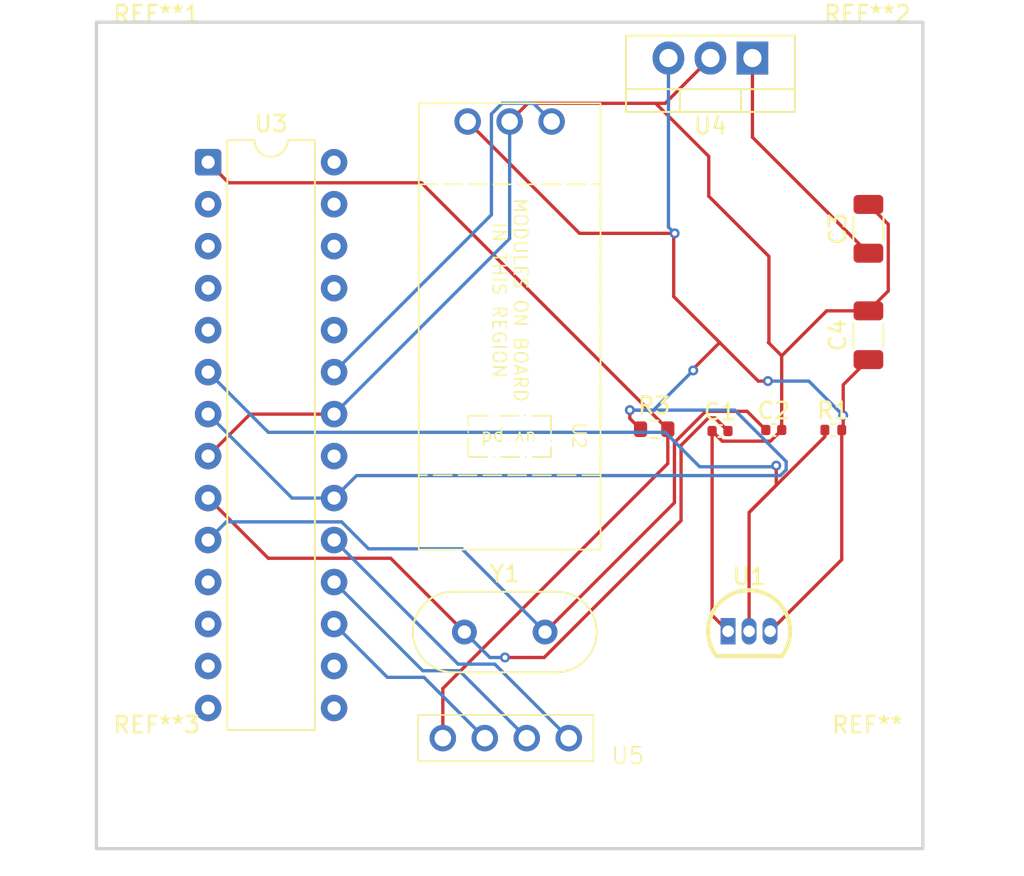
<source format=kicad_pcb>
(kicad_pcb (version 20241229) (generator "pcbnew") (generator_version "9.0")
  (layers (0 "F.Cu" signal) (2 "B.Cu" signal) (13 "F.Paste" user) (15 "B.Paste" user) (5 "F.SilkS" user "F.Silkscreen") (7 "B.SilkS" user "B.Silkscreen") (1 "F.Mask" user) (3 "B.Mask" user) (25 "Edge.Cuts" user))
  (net 0 "")
  (net 1 "Net-(U3-XTAL1{slash}PB6)")
  (net 2 "GND_REG")
  (net 3 "Net-(U3-XTAL2{slash}PB7)")
  (net 4 "8-12V")
  (net 5 "5V_REG")
  (net 6 "DQ")
  (net 7 "Net-(U3-~{RESET}{slash}PC6)")
  (net 8 "A0")
  (net 9 "Net-(U3-PB3)")
  (net 16 "Net-(U3-PB5)")
  (net 19 "Net-(U3-PB4)")
  (footprint "Capacitor_SMD:C_0402_1005Metric" (layer "F.Cu") (at 168.49 97.82)
    (property "Reference" "C1" (at 0 -1.16 0) (layer "F.SilkS"))
    (property "Value" "22pF ceramic")
    (fp_line (start -0.107836 -0.36) (end 0.107836 -0.36) (stroke (width 0.12)) (layer "F.SilkS"))
    (fp_line (start -0.107836 0.36) (end 0.107836 0.36) (stroke (width 0.12)) (layer "F.SilkS"))
    (pad "1" smd roundrect (at -0.48 0) (size 0.56 0.62) (layers "F.Cu" "F.Mask" "F.Paste") (net 2 "GND_REG"))
    (pad "2" smd roundrect (at 0.48 0) (size 0.56 0.62) (layers "F.Cu" "F.Mask" "F.Paste") (net 1 "Net-(U3-XTAL1{slash}PB6)"))
  )
  (footprint "guva-s12sd:SZFYDOSH_11x27mm_Sensor" (layer "F.Cu") (at 155.760079 91.494579 180)
    (property "Reference" "U2" (at -4.2 -6.6 270) (layer "F.SilkS") (effects (font (size 0.8 0.8) (thickness 0.1))))
    (property "Value" "GUVA-S12SD")
    (fp_rect (start -2.5 -7.9) (end 2.5 -5.4) (stroke (width 0.1) (type dash_dot)) (fill no) (layer "F.SilkS"))
    (fp_rect (start -5.5 -9) (end 5.5 8.6) (stroke (width 0.1) (type dash)) (fill no) (layer "F.SilkS"))
    (fp_rect (start -5.5 -13.5) (end 5.5 13.5) (stroke (width 0.1)) (fill no) (layer "F.SilkS"))
    (fp_text user "uv pd" (at -1.7 -6.3 180) (layer "F.SilkS") (effects (font (size 0.8 0.8) (thickness 0.1)) (justify left bottom)))
    (fp_text user "MODULES ON BOARD\nIN THIS REGION" (at 1.1 1.6 270) (layer "F.SilkS") (effects (font (size 0.8 0.8) (thickness 0.1)) (justify bottom)))
    (pad "" np_thru_hole circle (at -3.6 -11.5 180) (size 3.2 3.2) (drill 3.2) (layers "*.Cu" "*.Mask"))
    (pad "" np_thru_hole circle (at 3.6 -11.5 180) (size 3.2 3.2) (drill 3.2) (layers "*.Cu" "*.Mask"))
    (pad "1" thru_hole circle (at -2.54 12.4 180) (size 1.6 1.6) (drill 1) (layers "*.Cu" "*.Mask") (net 8 "A0"))
    (pad "2" thru_hole circle (at 0 12.4 180) (size 1.6 1.6) (drill 1) (layers "*.Cu" "*.Mask") (net 2 "GND_REG"))
    (pad "3" thru_hole circle (at 2.54 12.4 180) (size 1.6 1.6) (drill 1) (layers "*.Cu" "*.Mask") (net 5 "5V_REG"))
  )
  (footprint "MountingHole:MountingHole_3.2mm_M3" (layer "F.Cu") (at 134.41 119.741)
    (property "Reference" "REF**3" (at 0 -4.15 0) (layer "F.SilkS"))
    (property "Value" "MountingHole_3.2mm_M3")
    (pad "" np_thru_hole circle (at 0 0) (size 3.2 3.2) (drill 3.2) (layers "*.Cu" "*.Mask"))
  )
  (footprint "Package_TO_SOT_THT:TO-220-3_Vertical" (layer "F.Cu") (at 170.449 75.255 180)
    (property "Reference" "U4" (at 2.54 -4.1 0) (layer "F.SilkS"))
    (property "Value" "LM7805_TO220")
    (fp_line (start 7.65 -3.26) (end 7.65 1.36) (stroke (width 0.12)) (layer "F.SilkS"))
    (fp_line (start 4.39 -3.26) (end 4.39 -1.88) (stroke (width 0.12)) (layer "F.SilkS"))
    (fp_line (start 0.69 -3.26) (end 0.69 -1.88) (stroke (width 0.12)) (layer "F.SilkS"))
    (fp_line (start -2.57 1.36) (end 7.65 1.36) (stroke (width 0.12)) (layer "F.SilkS"))
    (fp_line (start -2.57 -1.88) (end 7.65 -1.88) (stroke (width 0.12)) (layer "F.SilkS"))
    (fp_line (start -2.57 -3.26) (end 7.65 -3.26) (stroke (width 0.12)) (layer "F.SilkS"))
    (fp_line (start -2.57 -3.26) (end -2.57 1.36) (stroke (width 0.12)) (layer "F.SilkS"))
    (pad "1" thru_hole rect (at 0 0 180) (size 1.905 2) (drill 1.1) (layers "*.Cu" "*.Mask") (net 4 "8-12V"))
    (pad "2" thru_hole oval (at 2.54 0 180) (size 1.905 2) (drill 1.1) (layers "*.Cu" "*.Mask") (net 2 "GND_REG"))
    (pad "3" thru_hole oval (at 5.08 0 180) (size 1.905 2) (drill 1.1) (layers "*.Cu" "*.Mask") (net 5 "5V_REG"))
  )
  (footprint "Capacitor_SMD:C_1206_3216Metric" (layer "F.Cu") (at 177.466 85.587 90)
    (property "Reference" "C3" (at 0 -1.85 90) (layer "F.SilkS"))
    (property "Value" "10µF-50V electrolytic")
    (fp_line (start -0.711252 -0.91) (end 0.711252 -0.91) (stroke (width 0.12)) (layer "F.SilkS"))
    (fp_line (start -0.711252 0.91) (end 0.711252 0.91) (stroke (width 0.12)) (layer "F.SilkS"))
    (pad "1" smd roundrect (at -1.475 0 90) (size 1.15 1.8) (layers "F.Cu" "F.Mask" "F.Paste") (roundrect_rratio 0.217391) (net 4 "8-12V"))
    (pad "2" smd roundrect (at 1.475 0 90) (size 1.15 1.8) (layers "F.Cu" "F.Mask" "F.Paste") (roundrect_rratio 0.217391) (net 2 "GND_REG"))
  )
  (footprint "DS18B20:DS18B20-MSKSEMI" (layer "F.Cu") (at 170.247 109.931211)
    (property "Reference" "U1" (at 0 -3.308421 0) (layer "F.SilkS"))
    (property "Value" "DS18B20")
    (fp_line (start 1.98 1.5) (end -1.98 1.5) (stroke (width 0.254)) (layer "F.SilkS"))
    (fp_arc (start -1.981 1.501) (mid 0 -2.481421) (end 1.981 1.501) (stroke (width 0.254)) (layer "F.SilkS"))
    (pad "1" thru_hole rect (at -1.27 0) (size 0.9 1.6) (drill 0.7) (layers "*.Cu" "*.Mask") (net 2 "GND_REG"))
    (pad "2" thru_hole oval (at 0 0) (size 0.9 1.6) (drill 0.7) (layers "*.Cu" "*.Mask") (net 6 "DQ"))
    (pad "3" thru_hole oval (at 1.27 0) (size 0.9 1.6) (drill 0.7) (layers "*.Cu" "*.Mask") (net 5 "5V_REG"))
  )
  (footprint "MountingHole:MountingHole_3.2mm_M3" (layer "F.Cu") (at 177.41 119.741)
    (property "Reference" "REF**" (at 0 -4.15 0) (layer "F.SilkS"))
    (property "Value" "MountingHole_3.2mm_M3")
    (pad "" np_thru_hole circle (at 0 0) (size 3.2 3.2) (drill 3.2) (layers "*.Cu" "*.Mask"))
  )
  (footprint "Capacitor_SMD:C_1206_3216Metric" (layer "F.Cu") (at 177.466 92.023 90)
    (property "Reference" "C4" (at 0 -1.85 90) (layer "F.SilkS"))
    (property "Value" "10µF-50V electrolytic")
    (fp_line (start -0.711252 -0.91) (end 0.711252 -0.91) (stroke (width 0.12)) (layer "F.SilkS"))
    (fp_line (start -0.711252 0.91) (end 0.711252 0.91) (stroke (width 0.12)) (layer "F.SilkS"))
    (pad "1" smd roundrect (at -1.475 0 90) (size 1.15 1.8) (layers "F.Cu" "F.Mask" "F.Paste") (roundrect_rratio 0.217391) (net 5 "5V_REG"))
    (pad "2" smd roundrect (at 1.475 0 90) (size 1.15 1.8) (layers "F.Cu" "F.Mask" "F.Paste") (roundrect_rratio 0.217391) (net 2 "GND_REG"))
  )
  (footprint "Resistor_SMD:R_0402_1005Metric" (layer "F.Cu") (at 175.342 97.756)
    (property "Reference" "R1" (at 0 -1.17 0) (layer "F.SilkS"))
    (property "Value" "4.7kΩ")
    (fp_line (start -0.153641 -0.38) (end 0.153641 -0.38) (stroke (width 0.12)) (layer "F.SilkS"))
    (fp_line (start -0.153641 0.38) (end 0.153641 0.38) (stroke (width 0.12)) (layer "F.SilkS"))
    (pad "1" smd roundrect (at -0.51 0) (size 0.54 0.64) (layers "F.Cu" "F.Mask" "F.Paste") (net 6 "DQ"))
    (pad "2" smd roundrect (at 0.51 0) (size 0.54 0.64) (layers "F.Cu" "F.Mask" "F.Paste") (net 5 "5V_REG"))
  )
  (footprint "Package_DIP:DIP-28_W7.62mm" (layer "F.Cu") (at 137.519 81.556)
    (property "Reference" "U3" (at 3.81 -2.33 0) (layer "F.SilkS"))
    (property "Value" "ATmega328P-P")
    (fp_line (start 1.16 -1.33) (end 1.16 34.35) (stroke (width 0.12)) (layer "F.SilkS"))
    (fp_line (start 1.16 34.35) (end 6.46 34.35) (stroke (width 0.12)) (layer "F.SilkS"))
    (fp_line (start 2.81 -1.33) (end 1.16 -1.33) (stroke (width 0.12)) (layer "F.SilkS"))
    (fp_line (start 6.46 -1.33) (end 4.81 -1.33) (stroke (width 0.12)) (layer "F.SilkS"))
    (fp_line (start 6.46 34.35) (end 6.46 -1.33) (stroke (width 0.12)) (layer "F.SilkS"))
    (fp_arc (start 4.81 -1.33) (mid 3.81 -0.33) (end 2.81 -1.33) (stroke (width 0.12)) (layer "F.SilkS"))
    (pad "1" thru_hole roundrect (at 0 0) (size 1.6 1.6) (drill 0.8) (layers "*.Cu" "*.Mask") (roundrect_rratio 0.15625) (net 7 "Net-(U3-~{RESET}{slash}PC6)"))
    (pad "2" thru_hole circle (at 0 2.54) (size 1.6 1.6) (drill 0.8) (layers "*.Cu" "*.Mask"))
    (pad "3" thru_hole circle (at 0 5.08) (size 1.6 1.6) (drill 0.8) (layers "*.Cu" "*.Mask"))
    (pad "4" thru_hole circle (at 0 7.62) (size 1.6 1.6) (drill 0.8) (layers "*.Cu" "*.Mask"))
    (pad "5" thru_hole circle (at 0 10.16) (size 1.6 1.6) (drill 0.8) (layers "*.Cu" "*.Mask"))
    (pad "6" thru_hole circle (at 0 12.7) (size 1.6 1.6) (drill 0.8) (layers "*.Cu" "*.Mask") (net 6 "DQ"))
    (pad "7" thru_hole circle (at 0 15.24) (size 1.6 1.6) (drill 0.8) (layers "*.Cu" "*.Mask") (net 5 "5V_REG"))
    (pad "8" thru_hole circle (at 0 17.78) (size 1.6 1.6) (drill 0.8) (layers "*.Cu" "*.Mask") (net 2 "GND_REG"))
    (pad "9" thru_hole circle (at 0 20.32) (size 1.6 1.6) (drill 0.8) (layers "*.Cu" "*.Mask") (net 1 "Net-(U3-XTAL1{slash}PB6)"))
    (pad "10" thru_hole circle (at 0 22.86) (size 1.6 1.6) (drill 0.8) (layers "*.Cu" "*.Mask") (net 3 "Net-(U3-XTAL2{slash}PB7)"))
    (pad "11" thru_hole circle (at 0 25.4) (size 1.6 1.6) (drill 0.8) (layers "*.Cu" "*.Mask"))
    (pad "12" thru_hole circle (at 0 27.94) (size 1.6 1.6) (drill 0.8) (layers "*.Cu" "*.Mask"))
    (pad "13" thru_hole circle (at 0 30.48) (size 1.6 1.6) (drill 0.8) (layers "*.Cu" "*.Mask"))
    (pad "14" thru_hole circle (at 0 33.02) (size 1.6 1.6) (drill 0.8) (layers "*.Cu" "*.Mask"))
    (pad "15" thru_hole circle (at 7.62 33.02) (size 1.6 1.6) (drill 0.8) (layers "*.Cu" "*.Mask"))
    (pad "16" thru_hole circle (at 7.62 30.48) (size 1.6 1.6) (drill 0.8) (layers "*.Cu" "*.Mask"))
    (pad "17" thru_hole circle (at 7.62 27.94) (size 1.6 1.6) (drill 0.8) (layers "*.Cu" "*.Mask") (net 9 "Net-(U3-PB3)"))
    (pad "18" thru_hole circle (at 7.62 25.4) (size 1.6 1.6) (drill 0.8) (layers "*.Cu" "*.Mask") (net 19 "Net-(U3-PB4)"))
    (pad "19" thru_hole circle (at 7.62 22.86) (size 1.6 1.6) (drill 0.8) (layers "*.Cu" "*.Mask") (net 16 "Net-(U3-PB5)"))
    (pad "20" thru_hole circle (at 7.62 20.32) (size 1.6 1.6) (drill 0.8) (layers "*.Cu" "*.Mask") (net 5 "5V_REG"))
    (pad "21" thru_hole circle (at 7.62 17.78) (size 1.6 1.6) (drill 0.8) (layers "*.Cu" "*.Mask"))
    (pad "22" thru_hole circle (at 7.62 15.24) (size 1.6 1.6) (drill 0.8) (layers "*.Cu" "*.Mask") (net 2 "GND_REG"))
    (pad "23" thru_hole circle (at 7.62 12.7) (size 1.6 1.6) (drill 0.8) (layers "*.Cu" "*.Mask") (net 8 "A0"))
    (pad "24" thru_hole circle (at 7.62 10.16) (size 1.6 1.6) (drill 0.8) (layers "*.Cu" "*.Mask"))
    (pad "25" thru_hole circle (at 7.62 7.62) (size 1.6 1.6) (drill 0.8) (layers "*.Cu" "*.Mask"))
    (pad "26" thru_hole circle (at 7.62 5.08) (size 1.6 1.6) (drill 0.8) (layers "*.Cu" "*.Mask"))
    (pad "27" thru_hole circle (at 7.62 2.54) (size 1.6 1.6) (drill 0.8) (layers "*.Cu" "*.Mask"))
    (pad "28" thru_hole circle (at 7.62 0) (size 1.6 1.6) (drill 0.8) (layers "*.Cu" "*.Mask"))
  )
  (footprint "MountingHole:MountingHole_3.2mm_M3" (layer "F.Cu") (at 177.41 76.741)
    (property "Reference" "REF**2" (at 0 -4.15 0) (layer "F.SilkS"))
    (property "Value" "MountingHole_3.2mm_M3")
    (pad "" np_thru_hole circle (at 0 0) (size 3.2 3.2) (drill 3.2) (layers "*.Cu" "*.Mask"))
  )
  (footprint "Arduino_ISPProgrammer:4-Wire-SPI" (layer "F.Cu") (at 155.528 116.398)
    (property "Reference" "U5" (at 7.378 1.07 0) (layer "F.SilkS") (effects (font (thickness 0.1))))
    (property "Value" "4-Wire-SPI")
    (fp_rect (start -5.3 -1.4) (end 5.3 1.4) (stroke (width 0.1)) (fill no) (layer "F.SilkS"))
    (pad "10" thru_hole circle (at -3.81 0) (size 1.6 1.6) (drill 1) (layers "*.Cu" "*.Mask") (net 7 "Net-(U3-~{RESET}{slash}PC6)"))
    (pad "11" thru_hole circle (at -1.27 0) (size 1.6 1.6) (drill 1) (layers "*.Cu" "*.Mask") (net 9 "Net-(U3-PB3)"))
    (pad "12" thru_hole circle (at 1.27 0) (size 1.6 1.6) (drill 1) (layers "*.Cu" "*.Mask") (net 19 "Net-(U3-PB4)"))
    (pad "13" thru_hole circle (at 3.81 0) (size 1.6 1.6) (drill 1) (layers "*.Cu" "*.Mask") (net 16 "Net-(U3-PB5)"))
  )
  (footprint "Resistor_SMD:R_0603_1608Metric" (layer "F.Cu") (at 164.505 97.709)
    (property "Reference" "R3" (at 0 -1.43 0) (layer "F.SilkS"))
    (property "Value" "10kΩ")
    (fp_line (start -0.237258 -0.5225) (end 0.237258 -0.5225) (stroke (width 0.12)) (layer "F.SilkS"))
    (fp_line (start -0.237258 0.5225) (end 0.237258 0.5225) (stroke (width 0.12)) (layer "F.SilkS"))
    (pad "1" smd roundrect (at -0.825 0) (size 0.8 0.95) (layers "F.Cu" "F.Mask" "F.Paste") (net 5 "5V_REG"))
    (pad "2" smd roundrect (at 0.825 0) (size 0.8 0.95) (layers "F.Cu" "F.Mask" "F.Paste") (net 7 "Net-(U3-~{RESET}{slash}PC6)"))
  )
  (footprint "MountingHole:MountingHole_3.2mm_M3" (layer "F.Cu") (at 134.41 76.741)
    (property "Reference" "REF**1" (at 0 -4.15 0) (layer "F.SilkS"))
    (property "Value" "MountingHole_3.2mm_M3")
    (pad "" np_thru_hole circle (at 0 0) (size 3.2 3.2) (drill 3.2) (layers "*.Cu" "*.Mask"))
  )
  (footprint "Crystal:Crystal_HC49-U_Vertical" (layer "F.Cu") (at 153.024 109.98)
    (property "Reference" "Y1" (at 2.44 -3.52 0) (layer "F.SilkS"))
    (property "Value" "CrystalOscillator_16MHz")
    (fp_line (start -0.685 -2.435) (end 5.565 -2.435) (stroke (width 0.12)) (layer "F.SilkS"))
    (fp_line (start -0.685 2.435) (end 5.565 2.435) (stroke (width 0.12)) (layer "F.SilkS"))
    (fp_arc (start -0.685 2.435) (mid -3.12 0) (end -0.685 -2.435) (stroke (width 0.12)) (layer "F.SilkS"))
    (fp_arc (start 5.565 -2.435) (mid 8 0) (end 5.565 2.435) (stroke (width 0.12)) (layer "F.SilkS"))
    (pad "1" thru_hole circle (at 0 0) (size 1.5 1.5) (drill 0.8) (layers "*.Cu" "*.Mask") (net 1 "Net-(U3-XTAL1{slash}PB6)"))
    (pad "2" thru_hole circle (at 4.88 0) (size 1.5 1.5) (drill 0.8) (layers "*.Cu" "*.Mask") (net 3 "Net-(U3-XTAL2{slash}PB7)"))
  )
  (footprint "Capacitor_SMD:C_0402_1005Metric" (layer "F.Cu") (at 171.739 97.756)
    (property "Reference" "C2" (at 0 -1.16 0) (layer "F.SilkS"))
    (property "Value" "22pF ceramic")
    (fp_line (start -0.107836 -0.36) (end 0.107836 -0.36) (stroke (width 0.12)) (layer "F.SilkS"))
    (fp_line (start -0.107836 0.36) (end 0.107836 0.36) (stroke (width 0.12)) (layer "F.SilkS"))
    (pad "1" smd roundrect (at -0.48 0) (size 0.56 0.62) (layers "F.Cu" "F.Mask" "F.Paste") (net 3 "Net-(U3-XTAL2{slash}PB7)"))
    (pad "2" smd roundrect (at 0.48 0) (size 0.56 0.62) (layers "F.Cu" "F.Mask" "F.Paste") (net 2 "GND_REG"))
  )
  (gr_rect (start 130.763 73.083) (end 180.763 123.083) (stroke (width 0.2)) (fill no) (layer "Edge.Cuts"))
  (segment (start 167.7881 97.027) (end 166.132 98.6831) (width 0.2) (layer "F.Cu") (net 1))
  (segment (start 168.177 97.027) (end 167.7881 97.027) (width 0.2) (layer "F.Cu") (net 1))
  (segment (start 166.132 98.6831) (end 166.132 103.238339) (width 0.2) (layer "F.Cu") (net 1))
  (segment (start 157.851339 111.519) (end 155.479 111.519) (width 0.2) (layer "F.Cu") (net 1))
  (segment (start 141.16 105.517) (end 137.519 101.876) (width 0.2) (layer "F.Cu") (net 1))
  (segment (start 168.97 97.82) (end 168.177 97.027) (width 0.2) (layer "F.Cu") (net 1))
  (segment (start 148.561 105.517) (end 141.16 105.517) (width 0.2) (layer "F.Cu") (net 1))
  (segment (start 166.132 103.238339) (end 157.851339 111.519) (width 0.2) (layer "F.Cu") (net 1))
  (segment (start 153.024 109.98) (end 148.561 105.517) (width 0.2) (layer "F.Cu") (net 1))
  (via (at 155.479 111.519) (size 0.6) (drill 0.3) (layers "F.Cu" "B.Cu") (net 1))
  (segment (start 155.479 111.519) (end 154.563 111.519) (width 0.2) (layer "B.Cu") (net 1))
  (segment (start 154.563 111.519) (end 153.024 109.98) (width 0.2) (layer "B.Cu") (net 1))
  (segment (start 171.447 87.254) (end 171.447 92.433) (width 0.2) (layer "F.Cu") (net 2))
  (segment (start 172.219 97.756) (end 171.544 98.431) (width 0.2) (layer "F.Cu") (net 2))
  (segment (start 167.807 81.204) (end 167.807 83.614) (width 0.2) (layer "F.Cu") (net 2))
  (segment (start 165.170421 77.993579) (end 167.909 75.255) (width 0.2) (layer "F.Cu") (net 2))
  (segment (start 172.219 93.269) (end 172.219 97.756) (width 0.2) (layer "F.Cu") (net 2))
  (segment (start 177.466 90.548) (end 174.94 90.548) (width 0.2) (layer "F.Cu") (net 2))
  (segment (start 140.059 96.796) (end 137.519 99.336) (width 0.2) (layer "F.Cu") (net 2))
  (segment (start 171.447 92.433) (end 171.415 92.465) (width 0.2) (layer "F.Cu") (net 2))
  (segment (start 155.760079 79.094579) (end 156.861079 77.993579) (width 0.2) (layer "F.Cu") (net 2))
  (segment (start 174.94 90.548) (end 172.219 93.269) (width 0.2) (layer "F.Cu") (net 2))
  (segment (start 168.01 97.82) (end 168.01 108.964211) (width 0.2) (layer "F.Cu") (net 2))
  (segment (start 167.807 83.614) (end 171.447 87.254) (width 0.2) (layer "F.Cu") (net 2))
  (segment (start 171.415 92.465) (end 172.219 93.269) (width 0.2) (layer "F.Cu") (net 2))
  (segment (start 168.621 98.431) (end 168.01 97.82) (width 0.2) (layer "F.Cu") (net 2))
  (segment (start 164.596579 77.993579) (end 167.807 81.204) (width 0.2) (layer "F.Cu") (net 2))
  (segment (start 145.139 96.796) (end 140.059 96.796) (width 0.2) (layer "F.Cu") (net 2))
  (segment (start 156.861079 77.993579) (end 164.596579 77.993579) (width 0.2) (layer "F.Cu") (net 2))
  (segment (start 171.544 98.431) (end 168.621 98.431) (width 0.2) (layer "F.Cu") (net 2))
  (segment (start 177.466 84.112) (end 178.667 85.313) (width 0.2) (layer "F.Cu") (net 2))
  (segment (start 178.667 89.347) (end 177.466 90.548) (width 0.2) (layer "F.Cu") (net 2))
  (segment (start 178.667 85.313) (end 178.667 89.347) (width 0.2) (layer "F.Cu") (net 2))
  (segment (start 168.01 108.964211) (end 168.977 109.931211) (width 0.2) (layer "F.Cu") (net 2))
  (segment (start 164.596579 77.993579) (end 165.170421 77.993579) (width 0.2) (layer "F.Cu") (net 2))
  (segment (start 155.760079 86.174921) (end 155.760079 79.094579) (width 0.2) (layer "B.Cu") (net 2))
  (segment (start 145.139 96.796) (end 155.760079 86.174921) (width 0.2) (layer "B.Cu") (net 2))
  (segment (start 165.731 102.153) (end 157.904 109.98) (width 0.2) (layer "F.Cu") (net 3))
  (segment (start 171.259 97.756) (end 170.129 96.626) (width 0.2) (layer "F.Cu") (net 3))
  (segment (start 165.731 98.517) (end 165.731 102.153) (width 0.2) (layer "F.Cu") (net 3))
  (segment (start 167.622 96.626) (end 165.731 98.517) (width 0.2) (layer "F.Cu") (net 3))
  (segment (start 170.129 96.626) (end 167.622 96.626) (width 0.2) (layer "F.Cu") (net 3))
  (segment (start 138.62 103.315) (end 145.59505 103.315) (width 0.2) (layer "B.Cu") (net 3))
  (segment (start 137.519 104.416) (end 138.62 103.315) (width 0.2) (layer "B.Cu") (net 3))
  (segment (start 152.869579 104.945579) (end 157.904 109.98) (width 0.2) (layer "B.Cu") (net 3))
  (segment (start 147.225629 104.945579) (end 152.869579 104.945579) (width 0.2) (layer "B.Cu") (net 3))
  (segment (start 145.59505 103.315) (end 147.225629 104.945579) (width 0.2) (layer "B.Cu") (net 3))
  (segment (start 170.449 75.255) (end 170.449 80.045) (width 0.2) (layer "F.Cu") (net 4))
  (segment (start 170.449 80.045) (end 177.466 87.062) (width 0.2) (layer "F.Cu") (net 4))
  (segment (start 166.869 94.061) (end 166.869 94.153) (width 0.2) (layer "F.Cu") (net 5))
  (segment (start 159.9865 85.861) (end 153.220079 79.094579) (width 0.2) (layer "F.Cu") (net 5))
  (segment (start 168.465 92.465) (end 166.869 94.061) (width 0.2) (layer "F.Cu") (net 5))
  (segment (start 163.033 97.062) (end 163.68 97.709) (width 0.2) (layer "F.Cu") (net 5))
  (segment (start 168.465 92.465) (end 170.798 94.798) (width 0.2) (layer "F.Cu") (net 5))
  (segment (start 175.941 96.878) (end 175.941 97.667) (width 0.2) (layer "F.Cu") (net 5))
  (segment (start 170.798 94.798) (end 171.387 94.798) (width 0.2) (layer "F.Cu") (net 5))
  (segment (start 175.852 97.756) (end 175.852 105.596211) (width 0.2) (layer "F.Cu") (net 5))
  (segment (start 165.742 85.861) (end 159.9865 85.861) (width 0.2) (layer "F.Cu") (net 5))
  (segment (start 177.466 93.498) (end 175.941 95.023) (width 0.2) (layer "F.Cu") (net 5))
  (segment (start 163.033 96.555) (end 163.033 97.062) (width 0.2) (layer "F.Cu") (net 5))
  (segment (start 165.742 86.064) (end 165.686 86.12) (width 0.2) (layer "F.Cu") (net 5))
  (segment (start 175.941 97.667) (end 175.852 97.756) (width 0.2) (layer "F.Cu") (net 5))
  (segment (start 175.852 105.596211) (end 171.517 109.931211) (width 0.2) (layer "F.Cu") (net 5))
  (segment (start 165.742 85.861) (end 165.742 86.064) (width 0.2) (layer "F.Cu") (net 5))
  (segment (start 175.941 95.023) (end 175.941 96.878) (width 0.2) (layer "F.Cu") (net 5))
  (segment (start 165.686 89.686) (end 168.465 92.465) (width 0.2) (layer "F.Cu") (net 5))
  (segment (start 165.686 86.12) (end 165.686 89.686) (width 0.2) (layer "F.Cu") (net 5))
  (via (at 175.941 96.878) (size 0.6) (drill 0.3) (layers "F.Cu" "B.Cu") (net 5))
  (via (at 165.742 85.861) (size 0.6) (drill 0.3) (layers "F.Cu" "B.Cu") (net 5))
  (via (at 171.387 94.798) (size 0.6) (drill 0.3) (layers "F.Cu" "B.Cu") (net 5))
  (via (at 166.869 94.153) (size 0.6) (drill 0.3) (layers "F.Cu" "B.Cu") (net 5))
  (via (at 163.033 96.555) (size 0.6) (drill 0.3) (layers "F.Cu" "B.Cu") (net 5))
  (segment (start 165.742 85.861) (end 165.369 85.488) (width 0.2) (layer "B.Cu") (net 5))
  (segment (start 172.138443 100.5145) (end 172.4905 100.162443) (width 0.2) (layer "B.Cu") (net 5))
  (segment (start 137.519 96.796) (end 142.599 101.876) (width 0.2) (layer "B.Cu") (net 5))
  (segment (start 172.4905 99.664557) (end 169.380943 96.555) (width 0.2) (layer "B.Cu") (net 5))
  (segment (start 165.369 85.488) (end 165.369 75.255) (width 0.2) (layer "B.Cu") (net 5))
  (segment (start 166.869 94.153) (end 164.467 96.555) (width 0.2) (layer "B.Cu") (net 5))
  (segment (start 164.467 96.555) (end 163.033 96.555) (width 0.2) (layer "B.Cu") (net 5))
  (segment (start 142.599 101.876) (end 145.139 101.876) (width 0.2) (layer "B.Cu") (net 5))
  (segment (start 165.742 85.861) (end 165.865 85.738) (width 0.2) (layer "B.Cu") (net 5))
  (segment (start 171.387 94.798) (end 173.861 94.798) (width 0.2) (layer "B.Cu") (net 5))
  (segment (start 146.5005 100.5145) (end 172.138443 100.5145) (width 0.2) (layer "B.Cu") (net 5))
  (segment (start 145.139 101.876) (end 146.5005 100.5145) (width 0.2) (layer "B.Cu") (net 5))
  (segment (start 165.865 85.738) (end 165.865 85.686) (width 0.2) (layer "B.Cu") (net 5))
  (segment (start 169.380943 96.555) (end 163.033 96.555) (width 0.2) (layer "B.Cu") (net 5))
  (segment (start 172.4905 100.162443) (end 172.4905 99.664557) (width 0.2) (layer "B.Cu") (net 5))
  (segment (start 173.861 94.798) (end 175.941 96.878) (width 0.2) (layer "B.Cu") (net 5))
  (segment (start 171.8895 99.9135) (end 171.8895 101.1025) (width 0.2) (layer "F.Cu") (net 6))
  (segment (start 171.8895 101.1025) (end 170.247 102.745) (width 0.2) (layer "F.Cu") (net 6))
  (segment (start 174.832 98.16) (end 174.832 97.756) (width 0.2) (layer "F.Cu") (net 6))
  (segment (start 170.247 109.931211) (end 170.247 102.745) (width 0.2) (layer "F.Cu") (net 6))
  (segment (start 170.247 102.745) (end 174.832 98.16) (width 0.2) (layer "F.Cu") (net 6))
  (via (at 171.8895 99.9135) (size 0.6) (drill 0.3) (layers "F.Cu" "B.Cu") (net 6))
  (segment (start 167.259 99.982) (end 165.174 97.897) (width 0.2) (layer "B.Cu") (net 6))
  (segment (start 141.16 97.897) (end 137.519 94.256) (width 0.2) (layer "B.Cu") (net 6))
  (segment (start 171.8895 99.9135) (end 171.821 99.982) (width 0.2) (layer "B.Cu") (net 6))
  (segment (start 171.821 99.982) (end 167.259 99.982) (width 0.2) (layer "B.Cu") (net 6))
  (segment (start 165.174 97.897) (end 141.16 97.897) (width 0.2) (layer "B.Cu") (net 6))
  (segment (start 165.33 97.709) (end 165.33 99.783789) (width 0.2) (layer "F.Cu") (net 7))
  (segment (start 151.718 113.395789) (end 151.718 116.398) (width 0.2) (layer "F.Cu") (net 7))
  (segment (start 165.33 99.783789) (end 151.718 113.395789) (width 0.2) (layer "F.Cu") (net 7))
  (segment (start 138.763064 82.800064) (end 150.421064 82.800064) (width 0.2) (layer "F.Cu") (net 7))
  (segment (start 137.519 81.556) (end 138.763064 82.800064) (width 0.2) (layer "F.Cu") (net 7))
  (segment (start 150.421064 82.800064) (end 165.33 97.709) (width 0.2) (layer "F.Cu") (net 7))
  (segment (start 155.304029 77.993579) (end 154.659079 78.638529) (width 0.2) (layer "B.Cu") (net 8))
  (segment (start 158.300079 79.094579) (end 157.199079 77.993579) (width 0.2) (layer "B.Cu") (net 8))
  (segment (start 154.659079 84.735921) (end 145.139 94.256) (width 0.2) (layer "B.Cu") (net 8))
  (segment (start 154.659079 78.638529) (end 154.659079 84.735921) (width 0.2) (layer "B.Cu") (net 8))
  (segment (start 157.199079 77.993579) (end 155.304029 77.993579) (width 0.2) (layer "B.Cu") (net 8))
  (segment (start 145.139 109.496) (end 148.365 112.722) (width 0.2) (layer "B.Cu") (net 9))
  (segment (start 150.582 112.722) (end 154.258 116.398) (width 0.2) (layer "B.Cu") (net 9))
  (segment (start 148.365 112.722) (end 150.582 112.722) (width 0.2) (layer "B.Cu") (net 9))
  (segment (start 154.86 111.92) (end 159.338 116.398) (width 0.2) (layer "B.Cu") (net 16))
  (segment (start 152.643 111.92) (end 154.86 111.92) (width 0.2) (layer "B.Cu") (net 16))
  (segment (start 145.139 104.416) (end 152.643 111.92) (width 0.2) (layer "B.Cu") (net 16))
  (segment (start 145.139 106.956) (end 150.504 112.321) (width 0.2) (layer "B.Cu") (net 19))
  (segment (start 150.504 112.321) (end 152.721 112.321) (width 0.2) (layer "B.Cu") (net 19))
  (segment (start 152.721 112.321) (end 156.798 116.398) (width 0.2) (layer "B.Cu") (net 19))
)
</source>
